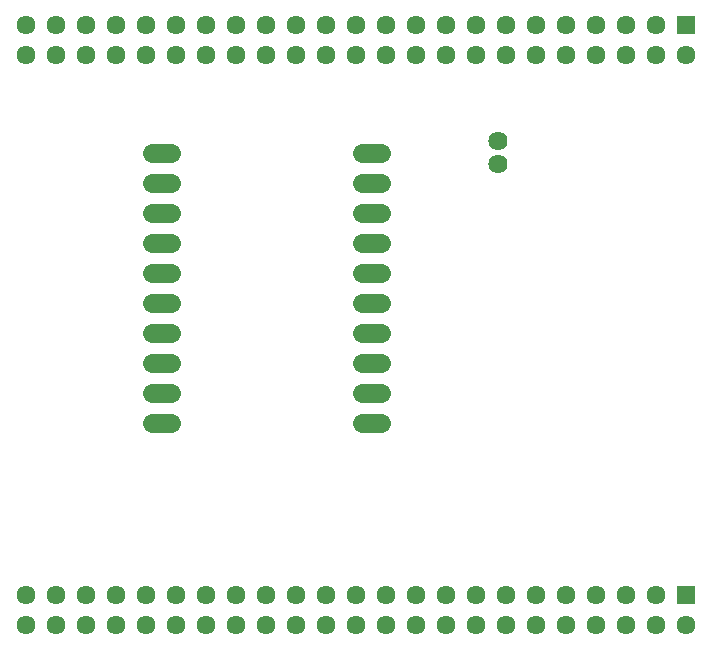
<source format=gtl>
G75*
%MOIN*%
%OFA0B0*%
%FSLAX25Y25*%
%IPPOS*%
%LPD*%
%AMOC8*
5,1,8,0,0,1.08239X$1,22.5*
%
%ADD10R,0.06337X0.06337*%
%ADD11C,0.06337*%
%ADD12C,0.06337*%
%ADD13C,0.06400*%
D10*
X0266250Y0023500D03*
X0266250Y0213500D03*
D11*
X0046250Y0013500D03*
X0056250Y0013500D03*
X0066250Y0013500D03*
X0076250Y0013500D03*
X0086250Y0013500D03*
X0096250Y0013500D03*
X0106250Y0013500D03*
X0116250Y0013500D03*
X0126250Y0013500D03*
X0136250Y0013500D03*
X0146250Y0013500D03*
X0156250Y0013500D03*
X0166250Y0013500D03*
X0176250Y0013500D03*
X0186250Y0013500D03*
X0196250Y0013500D03*
X0206250Y0013500D03*
X0216250Y0013500D03*
X0226250Y0013500D03*
X0236250Y0013500D03*
X0246250Y0013500D03*
X0256250Y0013500D03*
X0266250Y0013500D03*
X0256250Y0023500D03*
X0246250Y0023500D03*
X0236250Y0023500D03*
X0226250Y0023500D03*
X0216250Y0023500D03*
X0206250Y0023500D03*
X0196250Y0023500D03*
X0186250Y0023500D03*
X0176250Y0023500D03*
X0166250Y0023500D03*
X0156250Y0023500D03*
X0146250Y0023500D03*
X0136250Y0023500D03*
X0126250Y0023500D03*
X0116250Y0023500D03*
X0106250Y0023500D03*
X0096250Y0023500D03*
X0086250Y0023500D03*
X0076250Y0023500D03*
X0066250Y0023500D03*
X0056250Y0023500D03*
X0046250Y0023500D03*
X0046250Y0203500D03*
X0056250Y0203500D03*
X0066250Y0203500D03*
X0076250Y0203500D03*
X0086250Y0203500D03*
X0096250Y0203500D03*
X0106250Y0203500D03*
X0116250Y0203500D03*
X0126250Y0203500D03*
X0136250Y0203500D03*
X0146250Y0203500D03*
X0156250Y0203500D03*
X0166250Y0203500D03*
X0176250Y0203500D03*
X0186250Y0203500D03*
X0196250Y0203500D03*
X0206250Y0203500D03*
X0216250Y0203500D03*
X0226250Y0203500D03*
X0236250Y0203500D03*
X0246250Y0203500D03*
X0256250Y0203500D03*
X0266250Y0203500D03*
X0256250Y0213500D03*
X0246250Y0213500D03*
X0236250Y0213500D03*
X0226250Y0213500D03*
X0216250Y0213500D03*
X0206250Y0213500D03*
X0196250Y0213500D03*
X0186250Y0213500D03*
X0176250Y0213500D03*
X0166250Y0213500D03*
X0156250Y0213500D03*
X0146250Y0213500D03*
X0136250Y0213500D03*
X0126250Y0213500D03*
X0116250Y0213500D03*
X0106250Y0213500D03*
X0096250Y0213500D03*
X0086250Y0213500D03*
X0076250Y0213500D03*
X0066250Y0213500D03*
X0056250Y0213500D03*
X0046250Y0213500D03*
D12*
X0088081Y0171000D02*
X0094419Y0171000D01*
X0094419Y0161000D02*
X0088081Y0161000D01*
X0088081Y0151000D02*
X0094419Y0151000D01*
X0094419Y0141000D02*
X0088081Y0141000D01*
X0088081Y0131000D02*
X0094419Y0131000D01*
X0094419Y0121000D02*
X0088081Y0121000D01*
X0088081Y0111000D02*
X0094419Y0111000D01*
X0094419Y0101000D02*
X0088081Y0101000D01*
X0088081Y0091000D02*
X0094419Y0091000D01*
X0094419Y0081000D02*
X0088081Y0081000D01*
X0158081Y0081000D02*
X0164419Y0081000D01*
X0164419Y0091000D02*
X0158081Y0091000D01*
X0158081Y0101000D02*
X0164419Y0101000D01*
X0164419Y0111000D02*
X0158081Y0111000D01*
X0158081Y0121000D02*
X0164419Y0121000D01*
X0164419Y0131000D02*
X0158081Y0131000D01*
X0158081Y0141000D02*
X0164419Y0141000D01*
X0164419Y0151000D02*
X0158081Y0151000D01*
X0158081Y0161000D02*
X0164419Y0161000D01*
X0164419Y0171000D02*
X0158081Y0171000D01*
D13*
X0203415Y0167063D03*
X0203415Y0174937D03*
M02*

</source>
